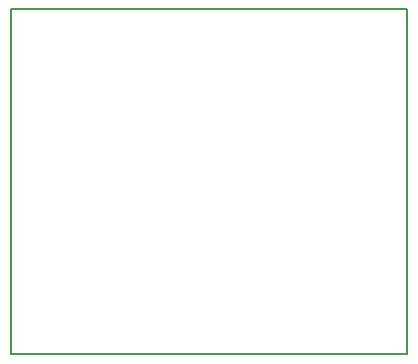
<source format=gbr>
G04 (created by PCBNEW (2013-03-31 BZR 4008)-stable) date 4/4/2013 9:15:26 PM*
%MOIN*%
G04 Gerber Fmt 3.4, Leading zero omitted, Abs format*
%FSLAX34Y34*%
G01*
G70*
G90*
G04 APERTURE LIST*
%ADD10C,0.000393701*%
%ADD11C,0.006*%
G04 APERTURE END LIST*
G54D10*
G54D11*
X0Y11500D02*
X13200Y11500D01*
X0Y0D02*
X13200Y0D01*
X13200Y11500D02*
X13200Y0D01*
X0Y0D02*
X0Y11500D01*
M02*

</source>
